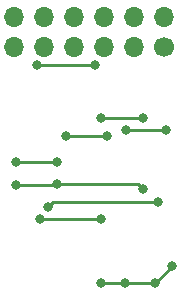
<source format=gbr>
%TF.GenerationSoftware,KiCad,Pcbnew,7.0.7*%
%TF.CreationDate,2023-09-01T15:10:47-05:00*%
%TF.ProjectId,SNES_RGB_BYPASS_AMP,534e4553-5f52-4474-925f-425950415353,rev?*%
%TF.SameCoordinates,Original*%
%TF.FileFunction,Copper,L2,Bot*%
%TF.FilePolarity,Positive*%
%FSLAX46Y46*%
G04 Gerber Fmt 4.6, Leading zero omitted, Abs format (unit mm)*
G04 Created by KiCad (PCBNEW 7.0.7) date 2023-09-01 15:10:47*
%MOMM*%
%LPD*%
G01*
G04 APERTURE LIST*
%TA.AperFunction,ComponentPad*%
%ADD10C,1.700000*%
%TD*%
%TA.AperFunction,ComponentPad*%
%ADD11O,1.700000X1.700000*%
%TD*%
%TA.AperFunction,ViaPad*%
%ADD12C,0.800000*%
%TD*%
%TA.AperFunction,Conductor*%
%ADD13C,0.250000*%
%TD*%
G04 APERTURE END LIST*
D10*
%TO.P,J2,1,Pin_1*%
%TO.N,/R'*%
X141325600Y-73411000D03*
D11*
%TO.P,J2,2,Pin_2*%
%TO.N,/G'*%
X141325600Y-70871000D03*
%TO.P,J2,3,Pin_3*%
%TO.N,unconnected-(J2-Pin_3-Pad3)*%
X138785600Y-73411000D03*
%TO.P,J2,4,Pin_4*%
%TO.N,/B'*%
X138785600Y-70871000D03*
%TO.P,J2,5,Pin_5*%
%TO.N,GND*%
X136245600Y-73411000D03*
%TO.P,J2,6,Pin_6*%
%TO.N,unconnected-(J2-Pin_6-Pad6)*%
X136245600Y-70871000D03*
%TO.P,J2,7,Pin_7*%
%TO.N,unconnected-(J2-Pin_7-Pad7)*%
X133705600Y-73411000D03*
%TO.P,J2,8,Pin_8*%
%TO.N,/CSync'*%
X133705600Y-70871000D03*
%TO.P,J2,9,Pin_9*%
%TO.N,unconnected-(J2-Pin_9-Pad9)*%
X131165600Y-73411000D03*
%TO.P,J2,10,Pin_10*%
%TO.N,VCC*%
X131165600Y-70871000D03*
%TO.P,J2,11,Pin_11*%
%TO.N,unconnected-(J2-Pin_11-Pad11)*%
X128625600Y-73411000D03*
%TO.P,J2,12,Pin_12*%
%TO.N,unconnected-(J2-Pin_12-Pad12)*%
X128625600Y-70871000D03*
%TD*%
D12*
%TO.N,VCC*%
X132257800Y-83174800D03*
X136000000Y-88000000D03*
X130775500Y-88000000D03*
X128778000Y-83225600D03*
%TO.N,GND*%
X142000000Y-92000000D03*
X132257800Y-85074800D03*
X139500000Y-85500000D03*
X138000000Y-93450000D03*
X135485501Y-74985501D03*
X128778000Y-85125600D03*
X130500000Y-75000000D03*
X140500000Y-93450000D03*
X136000000Y-93450000D03*
%TO.N,Net-(JP3-A)*%
X133000000Y-81000000D03*
X136500000Y-81000000D03*
%TO.N,Net-(JP1-B)*%
X140820500Y-86608299D03*
X131500000Y-87000000D03*
%TO.N,Net-(U1-CH2_OUT)*%
X138071500Y-80500000D03*
X141500000Y-80500000D03*
%TO.N,Net-(U1-CH4_OUT)*%
X139520500Y-79500000D03*
X136000000Y-79500000D03*
%TD*%
D13*
%TO.N,VCC*%
X130775500Y-88000000D02*
X136000000Y-88000000D01*
X128828800Y-83174800D02*
X132257800Y-83174800D01*
X128778000Y-83225600D02*
X128828800Y-83174800D01*
%TO.N,GND*%
X138000000Y-93450000D02*
X136000000Y-93450000D01*
X140500000Y-93450000D02*
X138000000Y-93450000D01*
X142000000Y-92000000D02*
X140500000Y-93500000D01*
X130514499Y-74985501D02*
X130500000Y-75000000D01*
X132257800Y-85074800D02*
X139074800Y-85074800D01*
X135485501Y-74985501D02*
X130514499Y-74985501D01*
X139074800Y-85074800D02*
X139500000Y-85500000D01*
X128778000Y-85125600D02*
X132207000Y-85125600D01*
X132207000Y-85125600D02*
X132257800Y-85074800D01*
%TO.N,Net-(JP3-A)*%
X133000000Y-81000000D02*
X136500000Y-81000000D01*
%TO.N,Net-(JP1-B)*%
X140820500Y-86608299D02*
X131891701Y-86608299D01*
X131891701Y-86608299D02*
X131500000Y-87000000D01*
%TO.N,Net-(U1-CH2_OUT)*%
X141500000Y-80500000D02*
X138071500Y-80500000D01*
%TO.N,Net-(U1-CH4_OUT)*%
X136000000Y-79500000D02*
X139520500Y-79500000D01*
%TD*%
M02*

</source>
